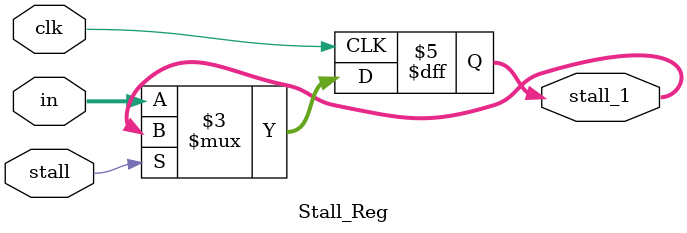
<source format=sv>
module Stall_Reg(
    input clk,
    input [31:0] in,
    input stall,
    output logic [31:0] stall_1
    );
    always_ff @ (posedge clk) begin
        if (stall) begin end
        else begin
            stall_1 = in;
        end
    end
endmodule
</source>
